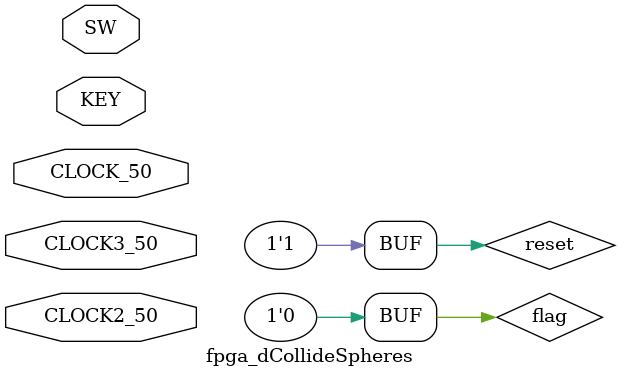
<source format=v>


module fpga_dCollideSpheres(

	//////////// CLOCK //////////
	CLOCK_50,
	CLOCK2_50,
	CLOCK3_50,

	//////////// KEY //////////
	KEY,
	SW
);

//=======================================================
//  PARAMETER declarations
//=======================================================


//=======================================================
//  PORT declarations
//=======================================================

//////////// CLOCK //////////
input 		          		CLOCK_50;
input 		          		CLOCK2_50;
input 		          		CLOCK3_50;

//////////// KEY //////////
input 		     [3:0]		KEY;
input 		          		SW;


//=======================================================
//  REG/WIRE declarations
//=======================================================

wire [31:0] rst_reg;
wire [31:0] x1_reg;
wire [31:0] y1_reg;
wire [31:0] z1_reg;
wire [31:0] r1_reg;
wire [31:0] x2_reg;
wire [31:0] y2_reg;
wire [31:0] z2_reg;
wire [31:0] r2_reg, g1c, g2c;
wire [31:0] outs [8:0];
wire [31:0] check1;
wire [31:0] check2;
wire [31:0] check3;
wire [31:0] check4;
wire key0;
wire ret_val, done_flag;
wire rst_data;
reg rst_wire;
reg [31:0] counter = 31'b0;
reg [31:0] debug = 31'b0;
reg reset = 1'b1;
reg flag = 1'b0;

wire [31:0] rst_reg2;
wire [31:0] x1_reg2;
wire [31:0] y1_reg2;
wire [31:0] z1_reg2;
wire [31:0] r1_reg2;
wire [31:0] x2_reg2;
wire [31:0] y2_reg2;
wire [31:0] z2_reg2;
wire [31:0] r2_reg2, g1c2, g2c2;
wire [31:0] outs2 [8:0];
wire [31:0] check5;
wire [31:0] check6;
wire [31:0] check7;
wire [31:0] check8;
reg [31:0] counter2 = 31'b0;
reg [31:0] debug2 = 31'b0;

wire [31:0] rst_reg3;
wire [31:0] x1_reg3;
wire [31:0] y1_reg3;
wire [31:0] z1_reg3;
wire [31:0] r1_reg3;
wire [31:0] x2_reg3;
wire [31:0] y2_reg3;
wire [31:0] z2_reg3;
wire [31:0] r2_reg3, g1c3, g2c3;
wire [31:0] outs3 [8:0];
wire [31:0] check9;
wire [31:0] check10;
wire [31:0] check11;
wire [31:0] check12;
reg [31:0] counter3 = 31'b0;
reg [31:0] debug3 = 31'b0;

wire [31:0] rst_reg4;
wire [31:0] x1_reg4;
wire [31:0] y1_reg4;
wire [31:0] z1_reg4;
wire [31:0] r1_reg4;
wire [31:0] x2_reg4;
wire [31:0] y2_reg4;
wire [31:0] z2_reg4;
wire [31:0] r2_reg4, g1c4, g2c4;
wire [31:0] outs4 [8:0];
wire [31:0] check13;
wire [31:0] check14;
wire [31:0] check15;
wire [31:0] check16;
reg [31:0] counter4 = 31'b0;
reg [31:0] debug4 = 31'b0;

wire [31:0] rst_reg5;
wire [31:0] x1_reg5;
wire [31:0] y1_reg5;
wire [31:0] z1_reg5;
wire [31:0] r1_reg5;
wire [31:0] x2_reg5;
wire [31:0] y2_reg5;
wire [31:0] z2_reg5;
wire [31:0] r2_reg5, g1c5, g2c5;
wire [31:0] outs5 [8:0];
wire [31:0] check17;
wire [31:0] check18;
wire [31:0] check19;
wire [31:0] check20;
reg [31:0] counter5 = 31'b0;
reg [31:0] debug5 = 31'b0;

// jtag signals
assign key0 = ~KEY[0];


//=======================================================
//  Structural coding
//=======================================================

jtag_tx jtag0( .out_data(x1_reg) );
					 
jtag_tx jtag1( .out_data(y1_reg) );
					 
jtag_tx jtag2( .out_data(z1_reg) );
					 
jtag_tx jtag3( .out_data(r1_reg) );		
					 
jtag_tx jtag4( .out_data(x2_reg) );
					 
jtag_tx jtag5( .out_data(y2_reg) );
					 
jtag_tx jtag6( .out_data(z2_reg) );			
					 
jtag_tx jtag7( .out_data(r2_reg) );	

jtag_tx jtag8( .out_data(x1_reg2) );
				 
jtag_tx jtag9( .out_data(y1_reg2) );
					 
jtag_tx jtag10( .out_data(z1_reg2) );
					 
jtag_tx jtag11( .out_data(r1_reg2) );		
					 
jtag_tx jtag12( .out_data(x2_reg2) );
					 
jtag_tx jtag13( .out_data(y2_reg2) );
					 
jtag_tx jtag14( .out_data(z2_reg2) );			
					 
jtag_tx jtag15( .out_data(r2_reg2) );	

jtag_tx jtag16( .out_data(x1_reg3) );
				 
jtag_tx jtag17( .out_data(y1_reg3) );
					 
jtag_tx jtag18( .out_data(z1_reg3) );
					 
jtag_tx jtag19( .out_data(r1_reg3) );		
					 
jtag_tx jtag20( .out_data(x2_reg3) );
					 
jtag_tx jtag21( .out_data(y2_reg3) );
					 
jtag_tx jtag22( .out_data(z2_reg3) );			
					 
jtag_tx jtag23( .out_data(r2_reg3) );	

jtag_tx jtag24( .out_data(x1_reg4) );
				 
jtag_tx jtag25( .out_data(y1_reg4) );
					 
jtag_tx jtag26( .out_data(z1_reg4) );
				 
jtag_tx jtag27( .out_data(r1_reg4) );		
					 
jtag_tx jtag28( .out_data(x2_reg4) );
					 
jtag_tx jtag29( .out_data(y2_reg4) );
					 
jtag_tx jtag30( .out_data(z2_reg4) );			
					 
jtag_tx jtag31( .out_data(r2_reg4) );	

jtag_tx jtag241( .out_data(x1_reg5) );
				 
jtag_tx jtag251( .out_data(y1_reg5) );
					 
jtag_tx jtag261( .out_data(z1_reg5) );
				 
jtag_tx jtag271( .out_data(r1_reg5) );		
					 
jtag_tx jtag281( .out_data(x2_reg5) );
					 
jtag_tx jtag291( .out_data(y2_reg5) );
					 
jtag_tx jtag301( .out_data(z2_reg5) );			
					 
jtag_tx jtag311( .out_data(r2_reg5) );	

jtag_tx jtag321( .out_data(rst_reg) );

jtag_debug jtag33(.in_debug(outs[0]));
jtag_debug jtag34(.in_debug(outs[1]));
jtag_debug jtag35(.in_debug(outs[2]));
jtag_debug jtag36(.in_debug(outs[3]));
jtag_debug jtag37(.in_debug(outs[4]));
jtag_debug jtag38(.in_debug(outs[5]));
jtag_debug jtag39(.in_debug(outs[6]));
jtag_debug jtag40(.in_debug(outs[7]));
jtag_debug jtag41(.in_debug(outs[8]));
jtag_debug jtag42(.in_debug(debug));

jtag_debug jtag43(.in_debug(outs2[0]));
jtag_debug jtag44(.in_debug(outs2[1]));
jtag_debug jtag45(.in_debug(outs2[2]));
jtag_debug jtag46(.in_debug(outs2[3]));
jtag_debug jtag47(.in_debug(outs2[4]));
jtag_debug jtag48(.in_debug(outs2[5]));
jtag_debug jtag49(.in_debug(outs2[6]));
jtag_debug jtag50(.in_debug(outs2[7]));
jtag_debug jtag51(.in_debug(outs2[8]));
jtag_debug jtag52(.in_debug(debug2));

jtag_debug jtag63(.in_debug(outs3[0]));
jtag_debug jtag64(.in_debug(outs3[1]));
jtag_debug jtag65(.in_debug(outs3[2]));
jtag_debug jtag66(.in_debug(outs3[3]));
jtag_debug jtag67(.in_debug(outs3[4]));
jtag_debug jtag68(.in_debug(outs3[5]));
jtag_debug jtag69(.in_debug(outs3[6]));
jtag_debug jtag70(.in_debug(outs3[7]));
jtag_debug jtag71(.in_debug(outs3[8]));
jtag_debug jtag72(.in_debug(debug3));

jtag_debug jtag632(.in_debug(outs4[0]));
jtag_debug jtag642(.in_debug(outs4[1]));
jtag_debug jtag652(.in_debug(outs4[2]));
jtag_debug jtag662(.in_debug(outs4[3]));
jtag_debug jtag672(.in_debug(outs4[4]));
jtag_debug jtag682(.in_debug(outs4[5]));
jtag_debug jtag692(.in_debug(outs4[6]));
jtag_debug jtag702(.in_debug(outs4[7]));
jtag_debug jtag712(.in_debug(outs4[8]));
jtag_debug jtag722(.in_debug(debug4));

jtag_debug jtag631(.in_debug(outs5[0]));
jtag_debug jtag641(.in_debug(outs5[1]));
jtag_debug jtag651(.in_debug(outs5[2]));
jtag_debug jtag661(.in_debug(outs5[3]));
jtag_debug jtag671(.in_debug(outs5[4]));
jtag_debug jtag681(.in_debug(outs5[5]));
jtag_debug jtag691(.in_debug(outs5[6]));
jtag_debug jtag701(.in_debug(outs5[7]));
jtag_debug jtag711(.in_debug(outs5[8]));
jtag_debug jtag721(.in_debug(debug5));





dCollideSpheres test0(
	.x1(x1_reg), 
	.y1(y1_reg), 
	.z1(z1_reg), 
	.r1(r1_reg), 
	.x2(x2_reg), 
	.y2(y2_reg), 
	.z2(z2_reg), 
	.r2(r2_reg), 	
	.cx(outs[0]), 
	.cy(outs[1]), 
	.cz(outs[2]), 
	.normalx(outs[3]), 
	.normaly(outs[4]), 
	.normalz(outs[5]), 
	.depth(outs[6]), 
	.g1(32'd1), 
	.g2(32'd1), 
	.ret(outs[7]), 
	.clk(CLOCK_50), 
	.rst(rst_reg[0]), 
	.done(outs[8]),
	.test(check1),
	.test2(check2),
	.test3(check3),
   .test4(check4)
);
dCollideSpheres test1(
	.x1(x1_reg2), 
	.y1(y1_reg2), 
	.z1(z1_reg2), 
	.r1(r1_reg2), 
	.x2(x2_reg2), 
	.y2(y2_reg2), 
	.z2(z2_reg2), 
	.r2(r2_reg2), 	
	.cx(outs2[0]), 
	.cy(outs2[1]), 
	.cz(outs2[2]), 
	.normalx(outs2[3]), 
	.normaly(outs2[4]), 
	.normalz(outs2[5]), 
	.depth(outs2[6]), 
	.g1(32'd1), 
	.g2(32'd1), 
	.ret(outs2[7]), 
	.clk(CLOCK_50), 
	.rst(rst_reg[0]), 
	.done(outs2[8]),
	.test(check5),
	.test2(check6),
	.test3(check7),
   .test4(check8)
);
dCollideSpheres test2(
	.x1(x1_reg3), 
	.y1(y1_reg3), 
	.z1(z1_reg3), 
	.r1(r1_reg3), 
	.x2(x2_reg3), 
	.y2(y2_reg3), 
	.z2(z2_reg3), 
	.r2(r2_reg3), 	
	.cx(outs3[0]), 
	.cy(outs3[1]), 
	.cz(outs3[2]), 
	.normalx(outs3[3]), 
	.normaly(outs3[4]), 
	.normalz(outs3[5]), 
	.depth(outs3[6]), 
	.g1(32'd1), 
	.g2(32'd1), 
	.ret(outs3[7]), 
	.clk(CLOCK_50), 
	.rst(rst_reg[0]), 
	.done(outs3[8]),
	.test(check9),
	.test2(check10),
	.test3(check11),
   .test4(check12)
);

dCollideSpheres test3(
	.x1(x1_reg4), 
	.y1(y1_reg4), 
	.z1(z1_reg4), 
	.r1(r1_reg4), 
	.x2(x2_reg4), 
	.y2(y2_reg4), 
	.z2(z2_reg4), 
	.r2(r2_reg4), 	
	.cx(outs4[0]), 
	.cy(outs4[1]), 
	.cz(outs4[2]), 
	.normalx(outs4[3]), 
	.normaly(outs4[4]), 
	.normalz(outs4[5]), 
	.depth(outs4[6]), 
	.g1(32'd1), 
	.g2(32'd1), 
	.ret(outs4[7]), 
	.clk(CLOCK_50), 
	.rst(rst_reg[0]), 
	.done(outs4[8]),
	.test(check13),
	.test2(check14),
	.test3(check15),
   .test4(check16)
);

dCollideSpheres test4(
	.x1(x1_reg5), 
	.y1(y1_reg5), 
	.z1(z1_reg5), 
	.r1(r1_reg5), 
	.x2(x2_reg5), 
	.y2(y2_reg5), 
	.z2(z2_reg5), 
	.r2(r2_reg5), 	
	.cx(outs5[0]), 
	.cy(outs5[1]), 
	.cz(outs5[2]), 
	.normalx(outs5[3]), 
	.normaly(outs5[4]), 
	.normalz(outs5[5]), 
	.depth(outs5[6]), 
	.g1(32'd1), 
	.g2(32'd1), 
	.ret(outs5[7]), 
	.clk(CLOCK_50), 
	.rst(rst_reg[0]), 
	.done(outs5[8]),
	.test(check17),
	.test2(check18),
	.test3(check19),
   .test4(check20)
);

always @(posedge CLOCK_50 or negedge rst_reg[0])
begin
if(rst_reg[0] == 1'b0)
begin
	counter <= 32'd0;
	counter2 <= 32'd0;
	counter3 <= 32'd0;
	counter4 <= 32'd0;
	counter5 <= 32'd0;
end
else
begin
	if(outs[8] == 1'b1)
	begin
		debug <= counter;	
	end
	else
	begin
		counter <= counter + 1;
	end
	if(outs2[8] == 1'b1)
	begin
		debug2 <= counter2;	
	end
	else
	begin
		counter2 <= counter2 + 1;
	end	
	if(outs3[8] == 1'b1)
	begin
		debug3 <= counter3;	
	end
	else
	begin
		counter3 <= counter3 + 1;
	end	
	if(outs4[8] == 1'b1)
	begin
		debug4 <= counter4;	
	end
	else
	begin
		counter4 <= counter4 + 1;
	end	
	if(outs5[8] == 1'b1)
	begin
		debug5 <= counter5;	
	end
	else
	begin
		counter5 <= counter5 + 1;
	end	
end

		
end	




endmodule

</source>
